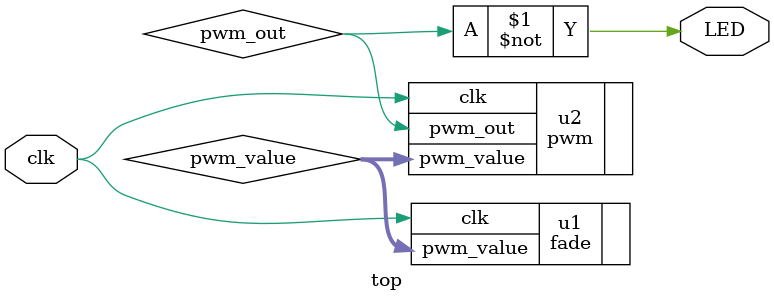
<source format=sv>
`include "fade.sv"
`include "pwm.sv"


module top #(
    parameter PWM_INTERVAL = 1200       // CLK frequency is 12MHz, so 1,200 cycles is 100us
)(
    input logic     clk, 
    output logic    LED
);

    logic [$clog2(PWM_INTERVAL) - 1:0] pwm_value;
    logic pwm_out;

    fade #(
        .PWM_INTERVAL   (PWM_INTERVAL)
    ) u1 (
        .clk            (clk), 
        .pwm_value      (pwm_value)
    );

    pwm #(
        .PWM_INTERVAL   (PWM_INTERVAL)
    ) u2 (
        .clk            (clk), 
        .pwm_value      (pwm_value), 
        .pwm_out        (pwm_out)
    );

    assign LED = ~pwm_out;


endmodule

</source>
